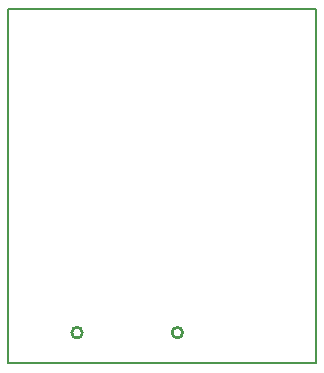
<source format=gko>
%FSLAX25Y25*%
%MOIN*%
G70*
G01*
G75*
G04 Layer_Color=16711935*
%ADD10C,0.01500*%
%ADD11C,0.01000*%
%ADD12C,0.02000*%
%ADD13R,0.03937X0.03150*%
%ADD14R,0.03150X0.03937*%
%ADD15R,0.09843X0.11811*%
%ADD16O,0.07087X0.02362*%
%ADD17O,0.02362X0.07087*%
%ADD18R,0.03347X0.02756*%
%ADD19R,0.02756X0.03347*%
%ADD20R,0.03150X0.07000*%
%ADD21R,0.06000X0.07874*%
%ADD22R,0.01181X0.01181*%
%ADD23R,0.01378X0.00984*%
%ADD24R,0.01378X0.01181*%
%ADD25R,0.02362X0.03937*%
%ADD26C,0.01200*%
%ADD27C,0.00800*%
%ADD28R,0.06800X0.08800*%
%ADD29R,0.12700X0.10700*%
%ADD30C,0.00500*%
%ADD31R,0.05906X0.05906*%
%ADD32C,0.05906*%
%ADD33C,0.02000*%
%ADD34C,0.04000*%
%ADD35R,0.05906X0.03937*%
%ADD36R,0.01575X0.03347*%
%ADD37R,0.07000X0.10000*%
%ADD38R,0.02756X0.08268*%
%ADD39R,0.02559X0.04843*%
%ADD40C,0.02500*%
%ADD41R,0.07200X0.31400*%
%ADD42R,0.10700X0.04700*%
%ADD43R,0.12600X0.10400*%
%ADD44R,0.12100X0.10500*%
%ADD45C,0.00400*%
%ADD46C,0.00300*%
%ADD47R,0.04737X0.03950*%
%ADD48R,0.03950X0.04737*%
%ADD49R,0.10642X0.12611*%
%ADD50O,0.07887X0.03162*%
%ADD51O,0.03162X0.07887*%
%ADD52R,0.04147X0.03556*%
%ADD53R,0.03556X0.04147*%
%ADD54R,0.03950X0.07800*%
%ADD55R,0.06800X0.08674*%
%ADD56R,0.01981X0.01981*%
%ADD57R,0.02178X0.01784*%
%ADD58R,0.02178X0.01981*%
%ADD59R,0.03162X0.04737*%
%ADD60R,0.06706X0.06706*%
%ADD61C,0.06706*%
%ADD62R,0.06706X0.04737*%
%ADD63R,0.02375X0.04147*%
%ADD64R,0.07800X0.10800*%
%ADD65R,0.03556X0.09068*%
%ADD66R,0.03359X0.05643*%
%ADD67C,0.00787*%
D11*
X58081Y-107881D02*
G03*
X58081Y-107881I-1772J0D01*
G01*
X24617D02*
G03*
X24617Y-107881I-1772J0D01*
G01*
D30*
X0Y0D02*
X102362D01*
X0Y-118110D02*
Y0D01*
Y-118110D02*
X102362D01*
Y0D01*
Y-118110D02*
Y0D01*
X0Y-118110D02*
X102362D01*
X0D02*
Y0D01*
X102362D01*
M02*

</source>
